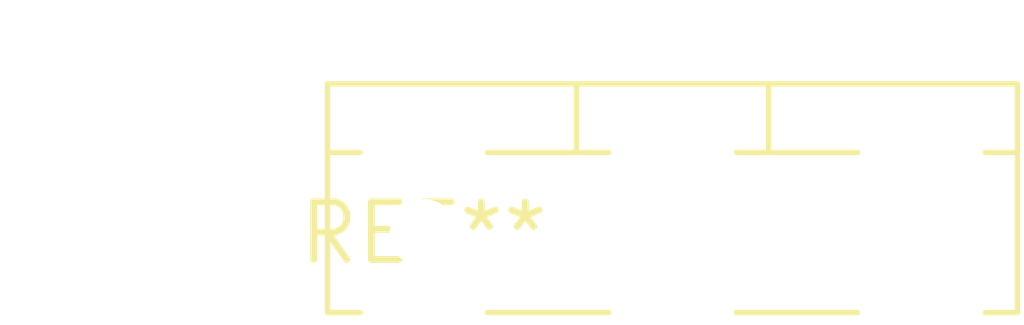
<source format=kicad_pcb>
(kicad_pcb (version 20240108) (generator pcbnew)
  (layers (0 "F.Cu" signal) (31 "B.Cu" signal) (34 "B.Paste" user) (35 "F.Paste" user) (36 "B.SilkS" user "B.Silkscreen") (37 "F.SilkS" user "F.Silkscreen") (38 "B.Mask" user) (39 "F.Mask" user) (44 "Edge.Cuts" user))
  (net 0 "")
  (footprint "TO-218-3_Vertical" (layer "F.Cu") (at 0 0)
    (property "Reference" "REF**")
    (property "Value" "TO-218-3_Vertical")
    (fp_line (start -2.115 -3.29) (end -2.115 1.75) (layer "F.SilkS") (stroke (width 0.12)))
    (fp_line (start -2.115 -3.29) (end 13.065 -3.29) (layer "F.SilkS") (stroke (width 0.12)))
    (fp_line (start -2.115 -1.78) (end -1.4 -1.78) (layer "F.SilkS") (stroke (width 0.12)))
    (fp_line (start -2.115 1.75) (end -1.4 1.75) (layer "F.SilkS") (stroke (width 0.12)))
    (fp_line (start 1.4 -1.78) (end 4.075 -1.78) (layer "F.SilkS") (stroke (width 0.12)))
    (fp_line (start 1.4 1.75) (end 4.075 1.75) (layer "F.SilkS") (stroke (width 0.12)))
    (fp_line (start 3.36 -3.29) (end 3.36 -1.78) (layer "F.SilkS") (stroke (width 0.12)))
    (fp_line (start 6.875 -1.78) (end 9.55 -1.78) (layer "F.SilkS") (stroke (width 0.12)))
    (fp_line (start 6.875 1.75) (end 9.55 1.75) (layer "F.SilkS") (stroke (width 0.12)))
    (fp_line (start 7.59 -3.29) (end 7.59 -1.78) (layer "F.SilkS") (stroke (width 0.12)))
    (fp_line (start 12.35 -1.78) (end 13.065 -1.78) (layer "F.SilkS") (stroke (width 0.12)))
    (fp_line (start 12.35 1.75) (end 13.065 1.75) (layer "F.SilkS") (stroke (width 0.12)))
    (fp_line (start 13.065 -3.29) (end 13.065 1.75) (layer "F.SilkS") (stroke (width 0.12)))
    (pad "1" thru_hole rect (at 0 0) (size 2.5 3.5) (drill 1.5) (layers *.Cu *.Mask) (remove_unused_layers))
    (pad "2" thru_hole oval (at 5.475 0) (size 2.5 3.5) (drill 1.5) (layers *.Cu *.Mask) (remove_unused_layers))
    (pad "3" thru_hole oval (at 10.95 0) (size 2.5 3.5) (drill 1.5) (layers *.Cu *.Mask) (remove_unused_layers))
  )
)
</source>
